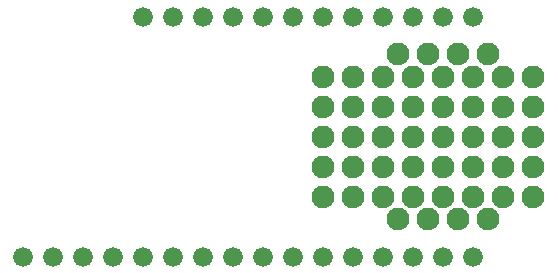
<source format=gbr>
G04 #@! TF.GenerationSoftware,KiCad,Pcbnew,5.1.4+dfsg1-1~bpo9+1*
G04 #@! TF.CreationDate,2019-11-13T15:03:19+01:00*
G04 #@! TF.ProjectId,quicklogic-quick-feather-board,71756963-6b6c-46f6-9769-632d71756963,rev?*
G04 #@! TF.SameCoordinates,Original*
G04 #@! TF.FileFunction,Copper,L3,Inr*
G04 #@! TF.FilePolarity,Positive*
%FSLAX46Y46*%
G04 Gerber Fmt 4.6, Leading zero omitted, Abs format (unit mm)*
G04 Created by KiCad (PCBNEW 5.1.4+dfsg1-1~bpo9+1) date 2019-11-13 15:03:19*
%MOMM*%
%LPD*%
G04 APERTURE LIST*
%ADD10C,1.676400*%
%ADD11C,1.930400*%
G04 APERTURE END LIST*
D10*
X129451100Y-115163600D03*
X131991100Y-115163600D03*
X134531100Y-115163600D03*
X137071100Y-115163600D03*
X139611100Y-115163600D03*
X142151100Y-115163600D03*
X144691100Y-115163600D03*
X147231100Y-115163600D03*
X149771100Y-115163600D03*
X152311100Y-115163600D03*
X154851100Y-115163600D03*
X157391100Y-115163600D03*
X159931100Y-115163600D03*
X162471100Y-115163600D03*
X165011100Y-115163600D03*
X167551100Y-115163600D03*
X167551100Y-94843600D03*
X165011100Y-94843600D03*
X162471100Y-94843600D03*
X159931100Y-94843600D03*
X157391100Y-94843600D03*
X154851100Y-94843600D03*
X152311100Y-94843600D03*
X149771100Y-94843600D03*
X147231100Y-94843600D03*
X144691100Y-94843600D03*
X142151100Y-94843600D03*
X139611100Y-94843600D03*
D11*
X161201100Y-111988600D03*
X163741100Y-111988600D03*
X166281100Y-111988600D03*
X168821100Y-111988600D03*
X161201100Y-98018600D03*
X163741100Y-98018600D03*
X166281100Y-98018600D03*
X168821100Y-98018600D03*
X167551100Y-99923600D03*
X167551100Y-102463600D03*
X170091100Y-102463600D03*
X170091100Y-99923600D03*
X172631100Y-99923600D03*
X172631100Y-102463600D03*
X172631100Y-105003600D03*
X172631100Y-107543600D03*
X170091100Y-107543600D03*
X170091100Y-105003600D03*
X167551100Y-105003600D03*
X167551100Y-107543600D03*
X167551100Y-110083600D03*
X170091100Y-110083600D03*
X165011100Y-110083600D03*
X165011100Y-107543600D03*
X165011100Y-105003600D03*
X165011100Y-102463600D03*
X165011100Y-99923600D03*
X162471100Y-99923600D03*
X162471100Y-102463600D03*
X162471100Y-105003600D03*
X162471100Y-107543600D03*
X162471100Y-110083600D03*
X159931100Y-110083600D03*
X159931100Y-107543600D03*
X159931100Y-105003600D03*
X159931100Y-102463600D03*
X159931100Y-99923600D03*
X157391100Y-99923600D03*
X157391100Y-102463600D03*
X157391100Y-105003600D03*
X157391100Y-107543600D03*
X157391100Y-110083600D03*
X172631100Y-110083600D03*
X154851100Y-102463600D03*
X154851100Y-105003600D03*
X154851100Y-99923600D03*
X154851100Y-107543600D03*
X154851100Y-110083600D03*
M02*

</source>
